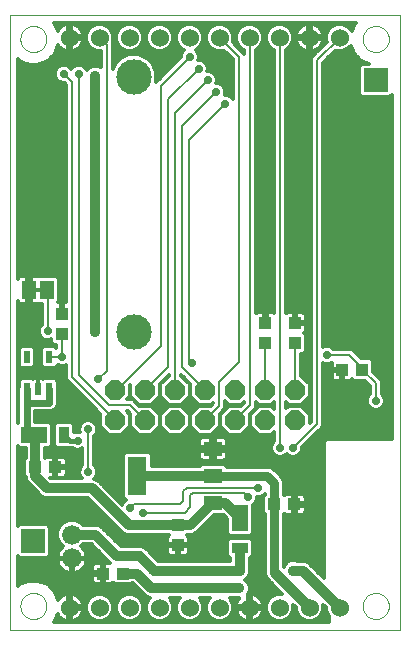
<source format=gbl>
G75*
G70*
%OFA0B0*%
%FSLAX24Y24*%
%IPPOS*%
%LPD*%
%AMOC8*
5,1,8,0,0,1.08239X$1,22.5*
%
%ADD10C,0.0000*%
%ADD11R,0.0787X0.0787*%
%ADD12R,0.0394X0.0433*%
%ADD13R,0.0433X0.0394*%
%ADD14OC8,0.0660*%
%ADD15C,0.0600*%
%ADD16R,0.0630X0.1299*%
%ADD17R,0.0630X0.0472*%
%ADD18C,0.0660*%
%ADD19R,0.0551X0.0866*%
%ADD20R,0.0551X0.0354*%
%ADD21R,0.0866X0.0551*%
%ADD22R,0.0354X0.0551*%
%ADD23R,0.0236X0.0413*%
%ADD24C,0.1181*%
%ADD25R,0.0460X0.0630*%
%ADD26C,0.0120*%
%ADD27C,0.0277*%
%ADD28C,0.0160*%
%ADD29C,0.0356*%
%ADD30C,0.0320*%
%ADD31C,0.0080*%
%ADD32C,0.0079*%
%ADD33C,0.0240*%
%ADD34C,0.0315*%
D10*
X000519Y000100D02*
X000519Y020572D01*
X013511Y020572D01*
X013511Y000100D01*
X000519Y000100D01*
X000873Y000887D02*
X000875Y000928D01*
X000881Y000969D01*
X000891Y001009D01*
X000904Y001048D01*
X000921Y001085D01*
X000942Y001121D01*
X000966Y001155D01*
X000993Y001186D01*
X001022Y001214D01*
X001055Y001240D01*
X001089Y001262D01*
X001126Y001281D01*
X001164Y001296D01*
X001204Y001308D01*
X001244Y001316D01*
X001285Y001320D01*
X001327Y001320D01*
X001368Y001316D01*
X001408Y001308D01*
X001448Y001296D01*
X001486Y001281D01*
X001522Y001262D01*
X001557Y001240D01*
X001590Y001214D01*
X001619Y001186D01*
X001646Y001155D01*
X001670Y001121D01*
X001691Y001085D01*
X001708Y001048D01*
X001721Y001009D01*
X001731Y000969D01*
X001737Y000928D01*
X001739Y000887D01*
X001737Y000846D01*
X001731Y000805D01*
X001721Y000765D01*
X001708Y000726D01*
X001691Y000689D01*
X001670Y000653D01*
X001646Y000619D01*
X001619Y000588D01*
X001590Y000560D01*
X001557Y000534D01*
X001523Y000512D01*
X001486Y000493D01*
X001448Y000478D01*
X001408Y000466D01*
X001368Y000458D01*
X001327Y000454D01*
X001285Y000454D01*
X001244Y000458D01*
X001204Y000466D01*
X001164Y000478D01*
X001126Y000493D01*
X001090Y000512D01*
X001055Y000534D01*
X001022Y000560D01*
X000993Y000588D01*
X000966Y000619D01*
X000942Y000653D01*
X000921Y000689D01*
X000904Y000726D01*
X000891Y000765D01*
X000881Y000805D01*
X000875Y000846D01*
X000873Y000887D01*
X012290Y000887D02*
X012292Y000928D01*
X012298Y000969D01*
X012308Y001009D01*
X012321Y001048D01*
X012338Y001085D01*
X012359Y001121D01*
X012383Y001155D01*
X012410Y001186D01*
X012439Y001214D01*
X012472Y001240D01*
X012506Y001262D01*
X012543Y001281D01*
X012581Y001296D01*
X012621Y001308D01*
X012661Y001316D01*
X012702Y001320D01*
X012744Y001320D01*
X012785Y001316D01*
X012825Y001308D01*
X012865Y001296D01*
X012903Y001281D01*
X012939Y001262D01*
X012974Y001240D01*
X013007Y001214D01*
X013036Y001186D01*
X013063Y001155D01*
X013087Y001121D01*
X013108Y001085D01*
X013125Y001048D01*
X013138Y001009D01*
X013148Y000969D01*
X013154Y000928D01*
X013156Y000887D01*
X013154Y000846D01*
X013148Y000805D01*
X013138Y000765D01*
X013125Y000726D01*
X013108Y000689D01*
X013087Y000653D01*
X013063Y000619D01*
X013036Y000588D01*
X013007Y000560D01*
X012974Y000534D01*
X012940Y000512D01*
X012903Y000493D01*
X012865Y000478D01*
X012825Y000466D01*
X012785Y000458D01*
X012744Y000454D01*
X012702Y000454D01*
X012661Y000458D01*
X012621Y000466D01*
X012581Y000478D01*
X012543Y000493D01*
X012507Y000512D01*
X012472Y000534D01*
X012439Y000560D01*
X012410Y000588D01*
X012383Y000619D01*
X012359Y000653D01*
X012338Y000689D01*
X012321Y000726D01*
X012308Y000765D01*
X012298Y000805D01*
X012292Y000846D01*
X012290Y000887D01*
X012290Y019785D02*
X012292Y019826D01*
X012298Y019867D01*
X012308Y019907D01*
X012321Y019946D01*
X012338Y019983D01*
X012359Y020019D01*
X012383Y020053D01*
X012410Y020084D01*
X012439Y020112D01*
X012472Y020138D01*
X012506Y020160D01*
X012543Y020179D01*
X012581Y020194D01*
X012621Y020206D01*
X012661Y020214D01*
X012702Y020218D01*
X012744Y020218D01*
X012785Y020214D01*
X012825Y020206D01*
X012865Y020194D01*
X012903Y020179D01*
X012939Y020160D01*
X012974Y020138D01*
X013007Y020112D01*
X013036Y020084D01*
X013063Y020053D01*
X013087Y020019D01*
X013108Y019983D01*
X013125Y019946D01*
X013138Y019907D01*
X013148Y019867D01*
X013154Y019826D01*
X013156Y019785D01*
X013154Y019744D01*
X013148Y019703D01*
X013138Y019663D01*
X013125Y019624D01*
X013108Y019587D01*
X013087Y019551D01*
X013063Y019517D01*
X013036Y019486D01*
X013007Y019458D01*
X012974Y019432D01*
X012940Y019410D01*
X012903Y019391D01*
X012865Y019376D01*
X012825Y019364D01*
X012785Y019356D01*
X012744Y019352D01*
X012702Y019352D01*
X012661Y019356D01*
X012621Y019364D01*
X012581Y019376D01*
X012543Y019391D01*
X012507Y019410D01*
X012472Y019432D01*
X012439Y019458D01*
X012410Y019486D01*
X012383Y019517D01*
X012359Y019551D01*
X012338Y019587D01*
X012321Y019624D01*
X012308Y019663D01*
X012298Y019703D01*
X012292Y019744D01*
X012290Y019785D01*
X000873Y019785D02*
X000875Y019826D01*
X000881Y019867D01*
X000891Y019907D01*
X000904Y019946D01*
X000921Y019983D01*
X000942Y020019D01*
X000966Y020053D01*
X000993Y020084D01*
X001022Y020112D01*
X001055Y020138D01*
X001089Y020160D01*
X001126Y020179D01*
X001164Y020194D01*
X001204Y020206D01*
X001244Y020214D01*
X001285Y020218D01*
X001327Y020218D01*
X001368Y020214D01*
X001408Y020206D01*
X001448Y020194D01*
X001486Y020179D01*
X001522Y020160D01*
X001557Y020138D01*
X001590Y020112D01*
X001619Y020084D01*
X001646Y020053D01*
X001670Y020019D01*
X001691Y019983D01*
X001708Y019946D01*
X001721Y019907D01*
X001731Y019867D01*
X001737Y019826D01*
X001739Y019785D01*
X001737Y019744D01*
X001731Y019703D01*
X001721Y019663D01*
X001708Y019624D01*
X001691Y019587D01*
X001670Y019551D01*
X001646Y019517D01*
X001619Y019486D01*
X001590Y019458D01*
X001557Y019432D01*
X001523Y019410D01*
X001486Y019391D01*
X001448Y019376D01*
X001408Y019364D01*
X001368Y019356D01*
X001327Y019352D01*
X001285Y019352D01*
X001244Y019356D01*
X001204Y019364D01*
X001164Y019376D01*
X001126Y019391D01*
X001090Y019410D01*
X001055Y019432D01*
X001022Y019458D01*
X000993Y019486D01*
X000966Y019517D01*
X000942Y019551D01*
X000921Y019587D01*
X000904Y019624D01*
X000891Y019663D01*
X000881Y019703D01*
X000875Y019744D01*
X000873Y019785D01*
D11*
X001306Y003053D03*
X012723Y018407D03*
D12*
X012271Y008761D03*
X011601Y008761D03*
X006129Y003584D03*
X006129Y002915D03*
X002267Y009962D03*
X002267Y010631D03*
D13*
X002034Y005513D03*
X001365Y005513D03*
X003629Y001970D03*
X004298Y001970D03*
X009338Y004273D03*
X010007Y004273D03*
X010027Y009647D03*
X010027Y010317D03*
X009042Y010317D03*
X009042Y009647D03*
D14*
X009031Y008080D03*
X009031Y007080D03*
X010031Y007080D03*
X010031Y008080D03*
X008031Y008080D03*
X008031Y007080D03*
X007031Y007080D03*
X007031Y008080D03*
X006031Y008080D03*
X006031Y007080D03*
X005031Y007080D03*
X005031Y008080D03*
X004031Y008080D03*
X004031Y007080D03*
D15*
X004515Y000836D03*
X005515Y000836D03*
X006515Y000836D03*
X007515Y000836D03*
X008515Y000836D03*
X009515Y000836D03*
X010515Y000836D03*
X011515Y000836D03*
X003515Y000836D03*
X002515Y000836D03*
X002515Y019836D03*
X003515Y019836D03*
X004515Y019836D03*
X005515Y019836D03*
X006515Y019836D03*
X007515Y019836D03*
X008515Y019836D03*
X009515Y019836D03*
X010515Y019836D03*
X011515Y019836D03*
D16*
X004771Y005218D03*
D17*
X007290Y005218D03*
X007290Y006124D03*
X007290Y004313D03*
D18*
X002595Y003269D03*
X002595Y002482D03*
D19*
X008196Y003820D03*
D20*
X008196Y002817D03*
D21*
X001326Y006596D03*
D22*
X002330Y006596D03*
D23*
X001838Y008112D03*
X001464Y008112D03*
X001090Y008112D03*
X001090Y009175D03*
X001838Y009175D03*
D24*
X004653Y010021D03*
X004653Y018525D03*
D25*
X001764Y011419D03*
X001164Y011419D03*
D26*
X001214Y011419D02*
X001714Y011419D01*
X001456Y011883D02*
X001455Y011883D01*
X001415Y011894D01*
X001219Y011894D01*
X001219Y011639D01*
X001122Y011639D01*
X001109Y011625D01*
X001109Y011894D01*
X000913Y011894D01*
X000872Y011883D01*
X000835Y011862D01*
X000806Y011832D01*
X000784Y011796D01*
X000779Y011774D01*
X000779Y019112D01*
X000825Y019065D01*
X001137Y018936D01*
X001475Y018936D01*
X001787Y019065D01*
X002026Y019304D01*
X002137Y019573D01*
X002164Y019537D01*
X002215Y019485D01*
X002274Y019443D01*
X002338Y019410D01*
X002407Y019388D01*
X002475Y019377D01*
X002475Y019796D01*
X002555Y019796D01*
X002555Y019876D01*
X002974Y019876D01*
X002963Y019944D01*
X002941Y020013D01*
X002908Y020077D01*
X002866Y020136D01*
X002814Y020187D01*
X002756Y020230D01*
X002691Y020263D01*
X002622Y020285D01*
X002555Y020296D01*
X002555Y019876D01*
X002475Y019876D01*
X002475Y020296D01*
X002407Y020285D01*
X002338Y020263D01*
X002274Y020230D01*
X002215Y020187D01*
X002164Y020136D01*
X002121Y020077D01*
X002112Y020059D01*
X002026Y020266D01*
X001979Y020312D01*
X012050Y020312D01*
X012004Y020266D01*
X011919Y020062D01*
X011905Y020097D01*
X011775Y020226D01*
X011606Y020296D01*
X011423Y020296D01*
X011254Y020226D01*
X011125Y020097D01*
X011055Y019928D01*
X011055Y019745D01*
X011080Y019684D01*
X010672Y019276D01*
X010556Y019159D01*
X010556Y007033D01*
X010521Y006998D01*
X010521Y007283D01*
X010233Y007570D01*
X009828Y007570D01*
X009734Y007477D01*
X009734Y007683D01*
X009828Y007590D01*
X010233Y007590D01*
X010521Y007877D01*
X010521Y008283D01*
X010233Y008570D01*
X010226Y008570D01*
X010226Y009290D01*
X010309Y009290D01*
X010403Y009384D01*
X010403Y009910D01*
X010329Y009985D01*
X010341Y009992D01*
X010371Y010021D01*
X010392Y010058D01*
X010403Y010099D01*
X010403Y010278D01*
X010065Y010278D01*
X010065Y010355D01*
X009988Y010355D01*
X009988Y010673D01*
X009789Y010673D01*
X009748Y010662D01*
X009734Y010654D01*
X009734Y019429D01*
X009775Y019446D01*
X009905Y019576D01*
X009975Y019745D01*
X009975Y019928D01*
X009905Y020097D01*
X009775Y020226D01*
X009606Y020296D01*
X009423Y020296D01*
X009254Y020226D01*
X009125Y020097D01*
X009055Y019928D01*
X009055Y019745D01*
X009125Y019576D01*
X009254Y019446D01*
X009334Y019413D01*
X009334Y010654D01*
X009321Y010662D01*
X009280Y010673D01*
X009081Y010673D01*
X009081Y010355D01*
X009004Y010355D01*
X009004Y010673D01*
X008805Y010673D01*
X008764Y010662D01*
X008730Y010643D01*
X008730Y019427D01*
X008775Y019446D01*
X008905Y019576D01*
X008975Y019745D01*
X008975Y019928D01*
X008905Y020097D01*
X008775Y020226D01*
X008606Y020296D01*
X008423Y020296D01*
X008254Y020226D01*
X008125Y020097D01*
X008055Y019928D01*
X008055Y019745D01*
X008125Y019576D01*
X008254Y019446D01*
X008331Y019414D01*
X008331Y019302D01*
X008239Y019394D01*
X007949Y019684D01*
X007975Y019745D01*
X007975Y019928D01*
X007905Y020097D01*
X007775Y020226D01*
X007606Y020296D01*
X007423Y020296D01*
X007254Y020226D01*
X007125Y020097D01*
X007055Y019928D01*
X007055Y019745D01*
X007125Y019576D01*
X007254Y019446D01*
X007423Y019376D01*
X007606Y019376D01*
X007667Y019402D01*
X007957Y019112D01*
X007957Y017789D01*
X007873Y017873D01*
X007763Y017918D01*
X007692Y017918D01*
X007707Y017954D01*
X007707Y018073D01*
X007662Y018183D01*
X007578Y018267D01*
X007468Y018312D01*
X007397Y018312D01*
X007412Y018348D01*
X007412Y018467D01*
X007366Y018576D01*
X007282Y018660D01*
X007173Y018706D01*
X007102Y018706D01*
X007117Y018741D01*
X007117Y018860D01*
X007071Y018970D01*
X006987Y019054D01*
X006877Y019100D01*
X006807Y019100D01*
X006821Y019135D01*
X006821Y019254D01*
X006776Y019364D01*
X006717Y019422D01*
X006775Y019446D01*
X006905Y019576D01*
X006975Y019745D01*
X006975Y019928D01*
X006905Y020097D01*
X006775Y020226D01*
X006606Y020296D01*
X006423Y020296D01*
X006254Y020226D01*
X006125Y020097D01*
X006055Y019928D01*
X006055Y019745D01*
X006125Y019576D01*
X006254Y019446D01*
X006323Y019418D01*
X006269Y019364D01*
X006224Y019254D01*
X006224Y019178D01*
X005390Y018343D01*
X005403Y018376D01*
X005403Y018674D01*
X005289Y018950D01*
X005078Y019161D01*
X004802Y019276D01*
X004503Y019276D01*
X004227Y019161D01*
X004016Y018950D01*
X003946Y018782D01*
X003946Y019676D01*
X003975Y019745D01*
X003975Y019928D01*
X003905Y020097D01*
X003775Y020226D01*
X003606Y020296D01*
X003423Y020296D01*
X003254Y020226D01*
X003125Y020097D01*
X003055Y019928D01*
X003055Y019745D01*
X003125Y019576D01*
X003254Y019446D01*
X003423Y019376D01*
X003548Y019376D01*
X003548Y018858D01*
X003440Y018903D01*
X003306Y018903D01*
X003182Y018851D01*
X003089Y018759D01*
X003075Y018793D01*
X002991Y018877D01*
X002881Y018922D01*
X002762Y018922D01*
X002653Y018877D01*
X002576Y018800D01*
X002499Y018877D01*
X002389Y018922D01*
X002270Y018922D01*
X002161Y018877D01*
X002076Y018793D01*
X002031Y018683D01*
X002031Y018564D01*
X002076Y018454D01*
X002161Y018370D01*
X002270Y018325D01*
X002347Y018325D01*
X002406Y018265D01*
X002406Y011008D01*
X002305Y011008D01*
X002305Y010670D01*
X002228Y010670D01*
X002228Y011008D01*
X002124Y011008D01*
X002154Y011038D01*
X002154Y011800D01*
X002060Y011894D01*
X001467Y011894D01*
X001456Y011883D01*
X001219Y011832D02*
X001109Y011832D01*
X001109Y011713D02*
X001219Y011713D01*
X001109Y011213D02*
X001122Y011199D01*
X001219Y011199D01*
X001219Y010944D01*
X001415Y010944D01*
X001455Y010955D01*
X001456Y010955D01*
X001467Y010944D01*
X001579Y010944D01*
X001579Y010264D01*
X001525Y010210D01*
X001480Y010100D01*
X001480Y009982D01*
X001525Y009872D01*
X001609Y009788D01*
X001719Y009742D01*
X001838Y009742D01*
X001910Y009772D01*
X001910Y009679D01*
X002004Y009586D01*
X002067Y009586D01*
X002067Y009496D01*
X002022Y009541D01*
X001653Y009541D01*
X001559Y009448D01*
X001559Y008902D01*
X001653Y008808D01*
X002022Y008808D01*
X002116Y008902D01*
X002116Y008935D01*
X002211Y008896D01*
X002330Y008896D01*
X002406Y008927D01*
X002406Y008423D01*
X002523Y008306D01*
X003543Y007286D01*
X003541Y007283D01*
X003541Y006877D01*
X003828Y006590D01*
X004233Y006590D01*
X004521Y006877D01*
X004521Y007283D01*
X004423Y007381D01*
X004447Y007381D01*
X004543Y007285D01*
X004541Y007283D01*
X004541Y006877D01*
X004828Y006590D01*
X005233Y006590D01*
X005521Y006877D01*
X005521Y007283D01*
X005233Y007570D01*
X004828Y007570D01*
X004825Y007568D01*
X004613Y007780D01*
X004448Y007780D01*
X004447Y007780D01*
X004423Y007780D01*
X004521Y007877D01*
X004521Y008229D01*
X004541Y008249D01*
X004541Y007877D01*
X004828Y007590D01*
X005233Y007590D01*
X005521Y007877D01*
X005521Y008283D01*
X005520Y008284D01*
X005831Y008595D01*
X005831Y008570D01*
X005828Y008570D01*
X005541Y008283D01*
X005541Y007877D01*
X005828Y007590D01*
X006233Y007590D01*
X006521Y007877D01*
X006521Y008283D01*
X006233Y008570D01*
X006230Y008570D01*
X006230Y008595D01*
X006541Y008284D01*
X006541Y008283D01*
X006541Y007877D01*
X006828Y007590D01*
X007233Y007590D01*
X007307Y007664D01*
X007307Y007640D01*
X007236Y007568D01*
X007233Y007570D01*
X006828Y007570D01*
X006541Y007283D01*
X006541Y006877D01*
X006828Y006590D01*
X007233Y006590D01*
X007521Y006877D01*
X007521Y007283D01*
X007518Y007285D01*
X007590Y007357D01*
X007707Y007474D01*
X007707Y007711D01*
X007828Y007590D01*
X008233Y007590D01*
X008331Y007688D01*
X008331Y007663D01*
X008236Y007568D01*
X008233Y007570D01*
X007828Y007570D01*
X007541Y007283D01*
X007541Y006877D01*
X007828Y006590D01*
X008233Y006590D01*
X008521Y006877D01*
X008521Y007283D01*
X008518Y007286D01*
X008613Y007381D01*
X008730Y007498D01*
X008730Y007688D01*
X008828Y007590D01*
X009233Y007590D01*
X009334Y007691D01*
X009334Y007469D01*
X009233Y007570D01*
X008828Y007570D01*
X008541Y007283D01*
X008541Y006877D01*
X008828Y006590D01*
X009233Y006590D01*
X009334Y006691D01*
X009334Y006385D01*
X009281Y006332D01*
X009236Y006222D01*
X009236Y006104D01*
X009281Y005994D01*
X009365Y005910D01*
X009475Y005864D01*
X009594Y005864D01*
X009704Y005910D01*
X009751Y005957D01*
X009798Y005910D01*
X009908Y005864D01*
X010027Y005864D01*
X010137Y005910D01*
X010221Y005994D01*
X010266Y006104D01*
X010266Y006180D01*
X010954Y006868D01*
X010954Y008986D01*
X011030Y008955D01*
X011149Y008955D01*
X011245Y008994D01*
X011245Y008800D01*
X011563Y008800D01*
X011563Y008723D01*
X011640Y008723D01*
X011640Y008385D01*
X011819Y008385D01*
X011860Y008396D01*
X011896Y008417D01*
X011926Y008447D01*
X011933Y008459D01*
X012008Y008385D01*
X012364Y008385D01*
X012523Y008226D01*
X012523Y007950D01*
X012470Y007897D01*
X012425Y007787D01*
X012425Y007669D01*
X012470Y007559D01*
X012554Y007475D01*
X012664Y007429D01*
X012783Y007429D01*
X012893Y007475D01*
X012977Y007559D01*
X013022Y007669D01*
X013022Y007787D01*
X012977Y007897D01*
X012923Y007950D01*
X012923Y008392D01*
X012806Y008509D01*
X012628Y008687D01*
X012628Y009044D01*
X012534Y009138D01*
X012236Y009138D01*
X011920Y009454D01*
X011755Y009454D01*
X011754Y009453D01*
X011313Y009453D01*
X011259Y009507D01*
X011149Y009552D01*
X011030Y009552D01*
X010954Y009521D01*
X010954Y018994D01*
X011362Y019402D01*
X011423Y019376D01*
X011606Y019376D01*
X011775Y019446D01*
X011895Y019566D01*
X012004Y019304D01*
X012243Y019065D01*
X012495Y018961D01*
X012263Y018961D01*
X012170Y018867D01*
X012170Y017947D01*
X012263Y017853D01*
X013183Y017853D01*
X013251Y017921D01*
X013251Y006461D01*
X011082Y006461D01*
X010989Y006367D01*
X010989Y001815D01*
X010464Y002340D01*
X010346Y002389D01*
X010078Y002389D01*
X010035Y002407D01*
X009900Y002407D01*
X009776Y002355D01*
X009681Y002260D01*
X009655Y002198D01*
X009655Y003951D01*
X009672Y003968D01*
X009692Y003948D01*
X009729Y003927D01*
X009769Y003916D01*
X009968Y003916D01*
X009968Y004234D01*
X010045Y004234D01*
X010045Y003916D01*
X010244Y003916D01*
X010285Y003927D01*
X010322Y003948D01*
X010351Y003978D01*
X010373Y004014D01*
X010383Y004055D01*
X010383Y004234D01*
X010045Y004234D01*
X010045Y004311D01*
X009968Y004311D01*
X009968Y004630D01*
X009769Y004630D01*
X009729Y004619D01*
X009692Y004598D01*
X009672Y004578D01*
X009655Y004595D01*
X009655Y005045D01*
X009607Y005162D01*
X009517Y005251D01*
X009281Y005487D01*
X009165Y005536D01*
X007750Y005536D01*
X007672Y005614D01*
X006909Y005614D01*
X006833Y005538D01*
X005246Y005538D01*
X005246Y005934D01*
X005152Y006028D01*
X004389Y006028D01*
X004296Y005934D01*
X004296Y004502D01*
X004382Y004416D01*
X004365Y004408D01*
X004281Y004324D01*
X004256Y004264D01*
X003515Y005006D01*
X003425Y005096D01*
X003336Y005133D01*
X003390Y005187D01*
X003436Y005296D01*
X003436Y005415D01*
X003390Y005525D01*
X003337Y005578D01*
X003337Y006551D01*
X003390Y006604D01*
X003436Y006714D01*
X003436Y006833D01*
X003390Y006942D01*
X003306Y007026D01*
X003196Y007072D01*
X003077Y007072D01*
X002968Y007026D01*
X002884Y006942D01*
X002838Y006833D01*
X002838Y006714D01*
X002845Y006697D01*
X002842Y006698D01*
X002723Y006698D01*
X002667Y006675D01*
X002667Y006938D01*
X002573Y007032D01*
X002086Y007032D01*
X001993Y006938D01*
X001993Y006254D01*
X002086Y006160D01*
X002476Y006160D01*
X002479Y006159D01*
X002600Y006159D01*
X002613Y006146D01*
X002723Y006100D01*
X002842Y006100D01*
X002937Y006140D01*
X002937Y005578D01*
X002884Y005525D01*
X002838Y005415D01*
X002838Y005296D01*
X002884Y005187D01*
X002926Y005144D01*
X001886Y005144D01*
X001874Y005157D01*
X001996Y005157D01*
X001996Y005475D01*
X002073Y005475D01*
X002073Y005552D01*
X001996Y005552D01*
X001996Y005870D01*
X001797Y005870D01*
X001756Y005859D01*
X001720Y005838D01*
X001700Y005818D01*
X001685Y005833D01*
X001685Y006160D01*
X001825Y006160D01*
X001919Y006254D01*
X001919Y006938D01*
X001825Y007032D01*
X001370Y007032D01*
X001370Y007379D01*
X001893Y007379D01*
X001996Y007422D01*
X002075Y007500D01*
X002118Y007603D01*
X002118Y008168D01*
X002116Y008172D01*
X002116Y008385D01*
X002022Y008479D01*
X001653Y008479D01*
X001643Y008468D01*
X001603Y008479D01*
X001464Y008479D01*
X001464Y008112D01*
X001464Y008112D01*
X001464Y008479D01*
X001324Y008479D01*
X001285Y008468D01*
X001274Y008479D01*
X000905Y008479D01*
X000811Y008385D01*
X000811Y008172D01*
X000810Y008168D01*
X000810Y007015D01*
X000779Y006984D01*
X000779Y011064D01*
X000784Y011042D01*
X000806Y011006D01*
X000835Y010976D01*
X000872Y010955D01*
X000913Y010944D01*
X001109Y010944D01*
X001109Y011213D01*
X001109Y011121D02*
X001219Y011121D01*
X001219Y011002D02*
X001109Y011002D01*
X000809Y011002D02*
X000779Y011002D01*
X000779Y010884D02*
X001579Y010884D01*
X001579Y010765D02*
X000779Y010765D01*
X000779Y010647D02*
X001579Y010647D01*
X001579Y010528D02*
X000779Y010528D01*
X000779Y010410D02*
X001579Y010410D01*
X001579Y010291D02*
X000779Y010291D01*
X000779Y010173D02*
X001510Y010173D01*
X001480Y010054D02*
X000779Y010054D01*
X000779Y009936D02*
X001499Y009936D01*
X001580Y009817D02*
X000779Y009817D01*
X000779Y009699D02*
X001910Y009699D01*
X002067Y009580D02*
X000779Y009580D01*
X000779Y009462D02*
X000825Y009462D01*
X000811Y009448D02*
X000905Y009541D01*
X001274Y009541D01*
X001368Y009448D01*
X001368Y008902D01*
X001274Y008808D01*
X000905Y008808D01*
X000811Y008902D01*
X000811Y009448D01*
X000811Y009343D02*
X000779Y009343D01*
X000779Y009225D02*
X000811Y009225D01*
X000811Y009106D02*
X000779Y009106D01*
X000779Y008988D02*
X000811Y008988D01*
X000779Y008869D02*
X000844Y008869D01*
X000779Y008751D02*
X002406Y008751D01*
X002406Y008869D02*
X002083Y008869D01*
X002406Y008632D02*
X000779Y008632D01*
X000779Y008514D02*
X002406Y008514D01*
X002434Y008395D02*
X002105Y008395D01*
X002116Y008277D02*
X002552Y008277D01*
X002671Y008158D02*
X002118Y008158D01*
X002118Y008040D02*
X002789Y008040D01*
X002908Y007921D02*
X002118Y007921D01*
X002118Y007803D02*
X003026Y007803D01*
X003145Y007684D02*
X002118Y007684D01*
X002102Y007566D02*
X003263Y007566D01*
X003382Y007447D02*
X002022Y007447D01*
X002028Y006973D02*
X001884Y006973D01*
X001919Y006855D02*
X001993Y006855D01*
X001993Y006736D02*
X001919Y006736D01*
X001919Y006618D02*
X001993Y006618D01*
X001993Y006499D02*
X001919Y006499D01*
X001919Y006381D02*
X001993Y006381D01*
X001993Y006262D02*
X001919Y006262D01*
X001685Y006144D02*
X002619Y006144D01*
X002937Y006025D02*
X001685Y006025D01*
X001685Y005907D02*
X002937Y005907D01*
X002937Y005788D02*
X002391Y005788D01*
X002400Y005772D02*
X002379Y005808D01*
X002349Y005838D01*
X002313Y005859D01*
X002272Y005870D01*
X002073Y005870D01*
X002073Y005552D01*
X002411Y005552D01*
X002411Y005731D01*
X002400Y005772D01*
X002411Y005670D02*
X002937Y005670D01*
X002909Y005551D02*
X002073Y005551D01*
X002073Y005475D02*
X002411Y005475D01*
X002411Y005295D01*
X002400Y005255D01*
X002379Y005218D01*
X002349Y005189D01*
X002313Y005167D01*
X002272Y005157D01*
X002073Y005157D01*
X002073Y005475D01*
X002073Y005433D02*
X001996Y005433D01*
X001996Y005314D02*
X002073Y005314D01*
X002073Y005196D02*
X001996Y005196D01*
X001996Y005670D02*
X002073Y005670D01*
X002073Y005788D02*
X001996Y005788D01*
X002411Y005433D02*
X002845Y005433D01*
X002838Y005314D02*
X002411Y005314D01*
X002356Y005196D02*
X002880Y005196D01*
X003394Y005196D02*
X004296Y005196D01*
X004296Y005314D02*
X003436Y005314D01*
X003428Y005433D02*
X004296Y005433D01*
X004296Y005551D02*
X003364Y005551D01*
X003337Y005670D02*
X004296Y005670D01*
X004296Y005788D02*
X003337Y005788D01*
X003337Y005907D02*
X004296Y005907D01*
X004387Y006025D02*
X003337Y006025D01*
X003337Y006144D02*
X007232Y006144D01*
X007232Y006182D02*
X007232Y006066D01*
X006815Y006066D01*
X006815Y005866D01*
X006826Y005826D01*
X006847Y005789D01*
X006877Y005759D01*
X006914Y005738D01*
X006954Y005727D01*
X007232Y005727D01*
X007232Y006066D01*
X007348Y006066D01*
X007348Y005727D01*
X007626Y005727D01*
X007667Y005738D01*
X007704Y005759D01*
X007733Y005789D01*
X007754Y005826D01*
X007765Y005866D01*
X007765Y006066D01*
X007348Y006066D01*
X007348Y006182D01*
X007232Y006182D01*
X007232Y006520D01*
X006954Y006520D01*
X006914Y006509D01*
X006877Y006488D01*
X006847Y006458D01*
X006826Y006422D01*
X006815Y006381D01*
X006815Y006182D01*
X007232Y006182D01*
X007232Y006262D02*
X007348Y006262D01*
X007348Y006182D02*
X007348Y006520D01*
X007626Y006520D01*
X007667Y006509D01*
X007704Y006488D01*
X007733Y006458D01*
X007754Y006422D01*
X007765Y006381D01*
X007765Y006182D01*
X007348Y006182D01*
X007348Y006144D02*
X009236Y006144D01*
X009252Y006262D02*
X007765Y006262D01*
X007765Y006381D02*
X009329Y006381D01*
X009334Y006499D02*
X007684Y006499D01*
X007800Y006618D02*
X007261Y006618D01*
X007232Y006499D02*
X007348Y006499D01*
X007348Y006381D02*
X007232Y006381D01*
X007232Y006025D02*
X007348Y006025D01*
X007348Y005907D02*
X007232Y005907D01*
X007232Y005788D02*
X007348Y005788D01*
X007732Y005788D02*
X010989Y005788D01*
X010989Y005670D02*
X005246Y005670D01*
X005246Y005788D02*
X006849Y005788D01*
X006815Y005907D02*
X005246Y005907D01*
X005155Y006025D02*
X006815Y006025D01*
X006815Y006262D02*
X003337Y006262D01*
X003337Y006381D02*
X006815Y006381D01*
X006896Y006499D02*
X003337Y006499D01*
X003396Y006618D02*
X003800Y006618D01*
X003682Y006736D02*
X003436Y006736D01*
X003426Y006855D02*
X003563Y006855D01*
X003541Y006973D02*
X003360Y006973D01*
X003541Y007092D02*
X001370Y007092D01*
X001370Y007210D02*
X003541Y007210D01*
X003500Y007329D02*
X001370Y007329D01*
X001464Y008158D02*
X001464Y008158D01*
X001464Y008277D02*
X001464Y008277D01*
X001464Y008395D02*
X001464Y008395D01*
X001592Y008869D02*
X001335Y008869D01*
X001368Y008988D02*
X001559Y008988D01*
X001559Y009106D02*
X001368Y009106D01*
X001368Y009225D02*
X001559Y009225D01*
X001559Y009343D02*
X001368Y009343D01*
X001354Y009462D02*
X001573Y009462D01*
X000822Y008395D02*
X000779Y008395D01*
X000779Y008277D02*
X000811Y008277D01*
X000810Y008158D02*
X000779Y008158D01*
X000779Y008040D02*
X000810Y008040D01*
X000810Y007921D02*
X000779Y007921D01*
X000779Y007803D02*
X000810Y007803D01*
X000810Y007684D02*
X000779Y007684D01*
X000779Y007566D02*
X000810Y007566D01*
X000810Y007447D02*
X000779Y007447D01*
X000779Y007329D02*
X000810Y007329D01*
X000810Y007210D02*
X000779Y007210D01*
X000779Y007092D02*
X000810Y007092D01*
X000779Y006208D02*
X000826Y006160D01*
X001045Y006160D01*
X001045Y005833D01*
X000989Y005777D01*
X000989Y005250D01*
X001045Y005194D01*
X001045Y005149D01*
X001094Y005031D01*
X001184Y004941D01*
X001572Y004553D01*
X001690Y004504D01*
X003111Y004504D01*
X004303Y003313D01*
X004420Y003264D01*
X005809Y003264D01*
X005824Y003250D01*
X005804Y003230D01*
X005783Y003193D01*
X005772Y003153D01*
X005772Y002953D01*
X006091Y002953D01*
X006091Y002877D01*
X006167Y002877D01*
X006167Y002953D01*
X006486Y002953D01*
X006486Y003153D01*
X006475Y003193D01*
X006454Y003230D01*
X006434Y003250D01*
X006449Y003264D01*
X006523Y003264D01*
X006583Y003263D01*
X006586Y003264D01*
X006590Y003264D01*
X006646Y003287D01*
X006701Y003309D01*
X006704Y003311D01*
X006708Y003313D01*
X006750Y003355D01*
X007339Y003916D01*
X007647Y003916D01*
X007760Y003804D01*
X007760Y003321D01*
X007854Y003227D01*
X008538Y003227D01*
X008631Y003321D01*
X008631Y004252D01*
X008641Y004256D01*
X008725Y004340D01*
X008770Y004450D01*
X008770Y004526D01*
X008846Y004526D01*
X008956Y004571D01*
X009020Y004636D01*
X009020Y004595D01*
X008961Y004536D01*
X008961Y004010D01*
X009020Y003951D01*
X009020Y001950D01*
X009068Y001834D01*
X009083Y001819D01*
X009086Y001812D01*
X009208Y001691D01*
X009602Y001296D01*
X009423Y001296D01*
X009254Y001226D01*
X009125Y001097D01*
X009055Y000928D01*
X009055Y000745D01*
X009125Y000576D01*
X009254Y000446D01*
X009423Y000376D01*
X009606Y000376D01*
X009775Y000446D01*
X009905Y000576D01*
X009975Y000745D01*
X009975Y000924D01*
X010055Y000844D01*
X010055Y000745D01*
X010125Y000576D01*
X010254Y000446D01*
X010423Y000376D01*
X010606Y000376D01*
X010775Y000446D01*
X010905Y000576D01*
X010975Y000745D01*
X010975Y000924D01*
X011055Y000844D01*
X011055Y000745D01*
X011125Y000576D01*
X011151Y000549D01*
X011150Y000360D01*
X001979Y000360D01*
X002026Y000406D01*
X002112Y000614D01*
X002121Y000595D01*
X002164Y000537D01*
X002215Y000485D01*
X002274Y000443D01*
X002338Y000410D01*
X002407Y000388D01*
X002475Y000377D01*
X002475Y000796D01*
X002555Y000796D01*
X002555Y000876D01*
X002974Y000876D01*
X002963Y000944D01*
X002941Y001013D01*
X002908Y001077D01*
X002866Y001136D01*
X002814Y001187D01*
X002756Y001230D01*
X002691Y001263D01*
X002622Y001285D01*
X003396Y001285D01*
X003423Y001296D02*
X003254Y001226D01*
X003125Y001097D01*
X003055Y000928D01*
X003055Y000745D01*
X003125Y000576D01*
X003254Y000446D01*
X003423Y000376D01*
X003606Y000376D01*
X003775Y000446D01*
X003905Y000576D01*
X003975Y000745D01*
X003975Y000928D01*
X003905Y001097D01*
X003775Y001226D01*
X003606Y001296D01*
X003423Y001296D01*
X003633Y001285D02*
X004396Y001285D01*
X004423Y001296D02*
X004254Y001226D01*
X004125Y001097D01*
X004055Y000928D01*
X004055Y000745D01*
X004125Y000576D01*
X004254Y000446D01*
X004423Y000376D01*
X004606Y000376D01*
X004775Y000446D01*
X004905Y000576D01*
X004975Y000745D01*
X004975Y000928D01*
X004905Y001097D01*
X004775Y001226D01*
X004606Y001296D01*
X004423Y001296D01*
X004581Y001613D02*
X004618Y001650D01*
X004618Y001650D01*
X005062Y001207D01*
X005179Y001158D01*
X005186Y001158D01*
X005125Y001097D01*
X005055Y000928D01*
X005055Y000745D01*
X005125Y000576D01*
X005254Y000446D01*
X005423Y000376D01*
X005606Y000376D01*
X005775Y000446D01*
X005905Y000576D01*
X005975Y000745D01*
X005975Y000928D01*
X005905Y001097D01*
X005844Y001158D01*
X006186Y001158D01*
X006125Y001097D01*
X006055Y000928D01*
X006055Y000745D01*
X006125Y000576D01*
X006254Y000446D01*
X006423Y000376D01*
X006606Y000376D01*
X006775Y000446D01*
X006905Y000576D01*
X006975Y000745D01*
X006975Y000928D01*
X006905Y001097D01*
X006844Y001158D01*
X007186Y001158D01*
X007125Y001097D01*
X007055Y000928D01*
X007055Y000745D01*
X007125Y000576D01*
X007254Y000446D01*
X007423Y000376D01*
X007606Y000376D01*
X007775Y000446D01*
X007905Y000576D01*
X007975Y000745D01*
X007975Y000928D01*
X007905Y001097D01*
X007844Y001158D01*
X008065Y001158D01*
X008109Y001140D01*
X008168Y001140D01*
X008164Y001136D01*
X008121Y001077D01*
X008088Y001013D01*
X008066Y000944D01*
X008055Y000876D01*
X008475Y000876D01*
X008475Y000796D01*
X008555Y000796D01*
X008555Y000876D01*
X008974Y000876D01*
X008963Y000944D01*
X008941Y001013D01*
X008908Y001077D01*
X008866Y001136D01*
X008814Y001187D01*
X008756Y001230D01*
X008691Y001263D01*
X008622Y001285D01*
X009396Y001285D01*
X009495Y001404D02*
X008511Y001404D01*
X008514Y001411D02*
X008514Y001545D01*
X008463Y001669D01*
X008368Y001765D01*
X008357Y001769D01*
X008387Y001782D01*
X008483Y001877D01*
X008534Y002001D01*
X008534Y002136D01*
X008516Y002179D01*
X008516Y002479D01*
X008538Y002479D01*
X008631Y002573D01*
X008631Y003060D01*
X008538Y003154D01*
X007854Y003154D01*
X007760Y003060D01*
X007760Y002573D01*
X007854Y002479D01*
X007876Y002479D01*
X007876Y002389D01*
X005474Y002389D01*
X005121Y002742D01*
X005031Y002832D01*
X004913Y002881D01*
X004214Y002881D01*
X003644Y003451D01*
X003554Y003541D01*
X003437Y003589D01*
X002968Y003589D01*
X002873Y003685D01*
X002693Y003759D01*
X002498Y003759D01*
X002318Y003685D01*
X002180Y003547D01*
X002105Y003367D01*
X002105Y003172D01*
X002180Y002992D01*
X002299Y002872D01*
X002276Y002856D01*
X002222Y002801D01*
X002176Y002739D01*
X002141Y002670D01*
X002118Y002597D01*
X002105Y002520D01*
X002105Y002501D01*
X002577Y002501D01*
X002577Y002463D01*
X002614Y002463D01*
X002614Y001992D01*
X002634Y001992D01*
X002710Y002004D01*
X002784Y002028D01*
X002852Y002063D01*
X002915Y002108D01*
X002969Y002163D01*
X003015Y002225D01*
X003050Y002294D01*
X003073Y002367D01*
X003085Y002443D01*
X003085Y002463D01*
X002614Y002463D01*
X002614Y002501D01*
X003085Y002501D01*
X003085Y002520D01*
X003073Y002597D01*
X003050Y002670D01*
X003015Y002739D01*
X002969Y002801D01*
X002915Y002856D01*
X002892Y002872D01*
X002968Y002949D01*
X003240Y002949D01*
X003863Y002327D01*
X003667Y002327D01*
X003667Y002009D01*
X003591Y002009D01*
X003591Y002327D01*
X003391Y002327D01*
X003351Y002316D01*
X003314Y002295D01*
X003284Y002265D01*
X003263Y002229D01*
X003252Y002188D01*
X003252Y002009D01*
X003591Y002009D01*
X003591Y001932D01*
X003667Y001932D01*
X003667Y001613D01*
X003867Y001613D01*
X003907Y001624D01*
X003944Y001645D01*
X003964Y001665D01*
X004015Y001613D01*
X004581Y001613D01*
X004608Y001641D02*
X004628Y001641D01*
X004747Y001522D02*
X001872Y001522D01*
X001787Y001607D02*
X001475Y001736D01*
X001137Y001736D01*
X000825Y001607D01*
X000779Y001561D01*
X000779Y002566D01*
X000846Y002499D01*
X001766Y002499D01*
X001860Y002593D01*
X001860Y003513D01*
X001766Y003606D01*
X000846Y003606D01*
X000779Y003539D01*
X000779Y006208D01*
X000779Y006144D02*
X001045Y006144D01*
X001045Y006025D02*
X000779Y006025D01*
X000779Y005907D02*
X001045Y005907D01*
X001000Y005788D02*
X000779Y005788D01*
X000779Y005670D02*
X000989Y005670D01*
X000989Y005551D02*
X000779Y005551D01*
X000779Y005433D02*
X000989Y005433D01*
X000989Y005314D02*
X000779Y005314D01*
X000779Y005196D02*
X001043Y005196D01*
X001075Y005077D02*
X000779Y005077D01*
X000779Y004959D02*
X001167Y004959D01*
X001285Y004840D02*
X000779Y004840D01*
X000779Y004722D02*
X001404Y004722D01*
X001522Y004603D02*
X000779Y004603D01*
X000779Y004485D02*
X003131Y004485D01*
X003249Y004366D02*
X000779Y004366D01*
X000779Y004248D02*
X003368Y004248D01*
X003486Y004129D02*
X000779Y004129D01*
X000779Y004011D02*
X003605Y004011D01*
X003723Y003892D02*
X000779Y003892D01*
X000779Y003774D02*
X003842Y003774D01*
X003960Y003655D02*
X002903Y003655D01*
X002963Y002944D02*
X003246Y002944D01*
X003364Y002826D02*
X002945Y002826D01*
X003031Y002707D02*
X003483Y002707D01*
X003601Y002589D02*
X003075Y002589D01*
X003068Y002352D02*
X003838Y002352D01*
X003720Y002470D02*
X002614Y002470D01*
X002577Y002470D02*
X000779Y002470D01*
X000779Y002352D02*
X002123Y002352D01*
X002118Y002367D02*
X002141Y002294D01*
X002176Y002225D01*
X002222Y002163D01*
X002276Y002108D01*
X002339Y002063D01*
X002407Y002028D01*
X002481Y002004D01*
X002557Y001992D01*
X002577Y001992D01*
X002577Y002463D01*
X002105Y002463D01*
X002105Y002443D01*
X002118Y002367D01*
X002172Y002233D02*
X000779Y002233D01*
X000779Y002115D02*
X002270Y002115D01*
X002531Y001996D02*
X000779Y001996D01*
X000779Y001878D02*
X003252Y001878D01*
X003252Y001932D02*
X003252Y001752D01*
X003263Y001711D01*
X003284Y001675D01*
X003314Y001645D01*
X003351Y001624D01*
X003391Y001613D01*
X003591Y001613D01*
X003591Y001932D01*
X003252Y001932D01*
X003252Y001759D02*
X000779Y001759D01*
X000779Y001641D02*
X000906Y001641D01*
X001706Y001641D02*
X003322Y001641D01*
X003591Y001641D02*
X003667Y001641D01*
X003667Y001759D02*
X003591Y001759D01*
X003591Y001878D02*
X003667Y001878D01*
X003591Y001996D02*
X002660Y001996D01*
X002614Y001996D02*
X002577Y001996D01*
X002577Y002115D02*
X002614Y002115D01*
X002614Y002233D02*
X002577Y002233D01*
X002577Y002352D02*
X002614Y002352D01*
X002921Y002115D02*
X003252Y002115D01*
X003266Y002233D02*
X003019Y002233D01*
X003591Y002233D02*
X003667Y002233D01*
X003667Y002115D02*
X003591Y002115D01*
X003936Y001641D02*
X003988Y001641D01*
X003835Y001167D02*
X004195Y001167D01*
X004105Y001048D02*
X003925Y001048D01*
X003974Y000930D02*
X004056Y000930D01*
X004055Y000811D02*
X003975Y000811D01*
X003953Y000693D02*
X004076Y000693D01*
X004126Y000574D02*
X003903Y000574D01*
X003785Y000456D02*
X004245Y000456D01*
X004785Y000456D02*
X005245Y000456D01*
X005126Y000574D02*
X004903Y000574D01*
X004953Y000693D02*
X005076Y000693D01*
X005055Y000811D02*
X004975Y000811D01*
X004974Y000930D02*
X005056Y000930D01*
X005105Y001048D02*
X004925Y001048D01*
X004835Y001167D02*
X005159Y001167D01*
X004984Y001285D02*
X004633Y001285D01*
X004865Y001404D02*
X001991Y001404D01*
X002026Y001368D02*
X001787Y001607D01*
X002026Y001368D02*
X002137Y001099D01*
X002164Y001136D01*
X002215Y001187D01*
X002274Y001230D01*
X002338Y001263D01*
X002407Y001285D01*
X002475Y001296D01*
X002475Y000876D01*
X002555Y000876D01*
X002555Y001296D01*
X002622Y001285D01*
X002555Y001285D02*
X002475Y001285D01*
X002408Y001285D02*
X002060Y001285D01*
X002109Y001167D02*
X002195Y001167D01*
X002475Y001167D02*
X002555Y001167D01*
X002555Y001048D02*
X002475Y001048D01*
X002475Y000930D02*
X002555Y000930D01*
X002555Y000811D02*
X003055Y000811D01*
X002974Y000796D02*
X002555Y000796D01*
X002555Y000377D01*
X002622Y000388D01*
X002691Y000410D01*
X002756Y000443D01*
X002814Y000485D01*
X002866Y000537D01*
X002908Y000595D01*
X002941Y000660D01*
X002963Y000729D01*
X002974Y000796D01*
X002952Y000693D02*
X003076Y000693D01*
X003126Y000574D02*
X002893Y000574D01*
X002773Y000456D02*
X003245Y000456D01*
X003056Y000930D02*
X002966Y000930D01*
X002923Y001048D02*
X003105Y001048D01*
X003195Y001167D02*
X002835Y001167D01*
X002555Y000693D02*
X002475Y000693D01*
X002475Y000574D02*
X002555Y000574D01*
X002555Y000456D02*
X002475Y000456D01*
X002256Y000456D02*
X002046Y000456D01*
X002095Y000574D02*
X002137Y000574D01*
X002116Y002589D02*
X001856Y002589D01*
X001860Y002707D02*
X002160Y002707D01*
X002246Y002826D02*
X001860Y002826D01*
X001860Y002944D02*
X002228Y002944D01*
X002151Y003063D02*
X001860Y003063D01*
X001860Y003181D02*
X002105Y003181D01*
X002105Y003300D02*
X001860Y003300D01*
X001860Y003418D02*
X002127Y003418D01*
X002176Y003537D02*
X001836Y003537D01*
X002288Y003655D02*
X000779Y003655D01*
X002667Y006736D02*
X002838Y006736D01*
X002847Y006855D02*
X002667Y006855D01*
X002632Y006973D02*
X002914Y006973D01*
X003444Y005077D02*
X004296Y005077D01*
X004296Y004959D02*
X003562Y004959D01*
X003681Y004840D02*
X004296Y004840D01*
X004296Y004722D02*
X003799Y004722D01*
X003918Y004603D02*
X004296Y004603D01*
X004313Y004485D02*
X004036Y004485D01*
X004155Y004366D02*
X004323Y004366D01*
X004079Y003537D02*
X003558Y003537D01*
X003677Y003418D02*
X004197Y003418D01*
X004335Y003300D02*
X003795Y003300D01*
X003914Y003181D02*
X005780Y003181D01*
X005772Y003063D02*
X004032Y003063D01*
X004151Y002944D02*
X006091Y002944D01*
X006091Y002877D02*
X005772Y002877D01*
X005772Y002677D01*
X005783Y002637D01*
X005804Y002600D01*
X005834Y002570D01*
X005870Y002549D01*
X005911Y002538D01*
X006091Y002538D01*
X006091Y002877D01*
X006091Y002826D02*
X006167Y002826D01*
X006167Y002877D02*
X006167Y002538D01*
X006347Y002538D01*
X006388Y002549D01*
X006424Y002570D01*
X006454Y002600D01*
X006475Y002637D01*
X006486Y002677D01*
X006486Y002877D01*
X006167Y002877D01*
X006167Y002944D02*
X007760Y002944D01*
X007760Y002826D02*
X006486Y002826D01*
X006486Y002707D02*
X007760Y002707D01*
X007760Y002589D02*
X006442Y002589D01*
X006167Y002589D02*
X006091Y002589D01*
X006091Y002707D02*
X006167Y002707D01*
X006486Y003063D02*
X007763Y003063D01*
X007782Y003300D02*
X006678Y003300D01*
X006816Y003418D02*
X007760Y003418D01*
X007760Y003537D02*
X006940Y003537D01*
X007065Y003655D02*
X007760Y003655D01*
X007760Y003774D02*
X007189Y003774D01*
X007313Y003892D02*
X007672Y003892D01*
X008631Y003892D02*
X009020Y003892D01*
X009020Y003774D02*
X008631Y003774D01*
X008631Y003655D02*
X009020Y003655D01*
X009020Y003537D02*
X008631Y003537D01*
X008631Y003418D02*
X009020Y003418D01*
X009020Y003300D02*
X008610Y003300D01*
X008629Y003063D02*
X009020Y003063D01*
X009020Y003181D02*
X006478Y003181D01*
X005772Y002826D02*
X005037Y002826D01*
X005156Y002707D02*
X005772Y002707D01*
X005816Y002589D02*
X005274Y002589D01*
X005393Y002470D02*
X007876Y002470D01*
X008373Y001759D02*
X009139Y001759D01*
X009050Y001878D02*
X008483Y001878D01*
X008532Y001996D02*
X009020Y001996D01*
X009020Y002115D02*
X008534Y002115D01*
X008516Y002233D02*
X009020Y002233D01*
X009020Y002352D02*
X008516Y002352D01*
X008516Y002470D02*
X009020Y002470D01*
X009020Y002589D02*
X008631Y002589D01*
X008631Y002707D02*
X009020Y002707D01*
X009020Y002826D02*
X008631Y002826D01*
X008631Y002944D02*
X009020Y002944D01*
X009655Y002944D02*
X010989Y002944D01*
X010989Y002826D02*
X009655Y002826D01*
X009655Y002707D02*
X010989Y002707D01*
X010989Y002589D02*
X009655Y002589D01*
X009655Y002470D02*
X010989Y002470D01*
X010989Y002352D02*
X010435Y002352D01*
X010571Y002233D02*
X010989Y002233D01*
X010989Y002115D02*
X010689Y002115D01*
X010808Y001996D02*
X010989Y001996D01*
X010989Y001878D02*
X010926Y001878D01*
X010989Y003063D02*
X009655Y003063D01*
X009655Y003181D02*
X010989Y003181D01*
X010989Y003300D02*
X009655Y003300D01*
X009655Y003418D02*
X010989Y003418D01*
X010989Y003537D02*
X009655Y003537D01*
X009655Y003655D02*
X010989Y003655D01*
X010989Y003774D02*
X009655Y003774D01*
X009655Y003892D02*
X010989Y003892D01*
X010989Y004011D02*
X010370Y004011D01*
X010383Y004129D02*
X010989Y004129D01*
X010989Y004248D02*
X010045Y004248D01*
X010045Y004311D02*
X010383Y004311D01*
X010383Y004491D01*
X010373Y004531D01*
X010351Y004568D01*
X010322Y004598D01*
X010285Y004619D01*
X010244Y004630D01*
X010045Y004630D01*
X010045Y004311D01*
X010045Y004366D02*
X009968Y004366D01*
X009968Y004485D02*
X010045Y004485D01*
X010045Y004603D02*
X009968Y004603D01*
X009701Y004603D02*
X009655Y004603D01*
X009655Y004722D02*
X010989Y004722D01*
X010989Y004840D02*
X009655Y004840D01*
X009655Y004959D02*
X010989Y004959D01*
X010989Y005077D02*
X009642Y005077D01*
X009573Y005196D02*
X010989Y005196D01*
X010989Y005314D02*
X009454Y005314D01*
X009336Y005433D02*
X010989Y005433D01*
X010989Y005551D02*
X007735Y005551D01*
X007765Y005907D02*
X009373Y005907D01*
X009268Y006025D02*
X007765Y006025D01*
X007682Y006736D02*
X007379Y006736D01*
X007498Y006855D02*
X007563Y006855D01*
X007541Y006973D02*
X007521Y006973D01*
X007521Y007092D02*
X007541Y007092D01*
X007541Y007210D02*
X007521Y007210D01*
X007562Y007329D02*
X007586Y007329D01*
X007680Y007447D02*
X007704Y007447D01*
X007707Y007566D02*
X007823Y007566D01*
X007734Y007684D02*
X007707Y007684D01*
X008327Y007684D02*
X008331Y007684D01*
X008679Y007447D02*
X008704Y007447D01*
X008730Y007566D02*
X008823Y007566D01*
X008734Y007684D02*
X008730Y007684D01*
X008586Y007329D02*
X008561Y007329D01*
X008541Y007210D02*
X008521Y007210D01*
X008521Y007092D02*
X008541Y007092D01*
X008541Y006973D02*
X008521Y006973D01*
X008498Y006855D02*
X008563Y006855D01*
X008682Y006736D02*
X008379Y006736D01*
X008261Y006618D02*
X008800Y006618D01*
X009261Y006618D02*
X009334Y006618D01*
X009696Y005907D02*
X009806Y005907D01*
X010129Y005907D02*
X010989Y005907D01*
X010989Y006025D02*
X010234Y006025D01*
X010266Y006144D02*
X010989Y006144D01*
X010989Y006262D02*
X010348Y006262D01*
X010467Y006381D02*
X011002Y006381D01*
X010704Y006618D02*
X013251Y006618D01*
X013251Y006736D02*
X010822Y006736D01*
X010941Y006855D02*
X013251Y006855D01*
X013251Y006973D02*
X010954Y006973D01*
X010954Y007092D02*
X013251Y007092D01*
X013251Y007210D02*
X010954Y007210D01*
X010954Y007329D02*
X013251Y007329D01*
X013251Y007447D02*
X012826Y007447D01*
X012979Y007566D02*
X013251Y007566D01*
X013251Y007684D02*
X013022Y007684D01*
X013016Y007803D02*
X013251Y007803D01*
X013251Y007921D02*
X012953Y007921D01*
X012923Y008040D02*
X013251Y008040D01*
X013251Y008158D02*
X012923Y008158D01*
X012923Y008277D02*
X013251Y008277D01*
X013251Y008395D02*
X012920Y008395D01*
X012801Y008514D02*
X013251Y008514D01*
X013251Y008632D02*
X012683Y008632D01*
X012628Y008751D02*
X013251Y008751D01*
X013251Y008869D02*
X012628Y008869D01*
X012628Y008988D02*
X013251Y008988D01*
X013251Y009106D02*
X012566Y009106D01*
X012149Y009225D02*
X013251Y009225D01*
X013251Y009343D02*
X012031Y009343D01*
X011563Y008751D02*
X010954Y008751D01*
X010954Y008869D02*
X011245Y008869D01*
X011245Y008988D02*
X011228Y008988D01*
X011245Y008723D02*
X011245Y008524D01*
X011255Y008483D01*
X011276Y008447D01*
X011306Y008417D01*
X011343Y008396D01*
X011383Y008385D01*
X011563Y008385D01*
X011563Y008723D01*
X011245Y008723D01*
X011245Y008632D02*
X010954Y008632D01*
X010954Y008514D02*
X011247Y008514D01*
X011346Y008395D02*
X010954Y008395D01*
X010954Y008277D02*
X012473Y008277D01*
X012523Y008158D02*
X010954Y008158D01*
X010954Y008040D02*
X012523Y008040D01*
X012494Y007921D02*
X010954Y007921D01*
X010954Y007803D02*
X012431Y007803D01*
X012425Y007684D02*
X010954Y007684D01*
X010954Y007566D02*
X012467Y007566D01*
X012621Y007447D02*
X010954Y007447D01*
X010556Y007447D02*
X010357Y007447D01*
X010475Y007329D02*
X010556Y007329D01*
X010556Y007210D02*
X010521Y007210D01*
X010521Y007092D02*
X010556Y007092D01*
X010556Y007566D02*
X010238Y007566D01*
X010327Y007684D02*
X010556Y007684D01*
X010556Y007803D02*
X010446Y007803D01*
X010521Y007921D02*
X010556Y007921D01*
X010556Y008040D02*
X010521Y008040D01*
X010521Y008158D02*
X010556Y008158D01*
X010556Y008277D02*
X010521Y008277D01*
X010556Y008395D02*
X010409Y008395D01*
X010290Y008514D02*
X010556Y008514D01*
X010556Y008632D02*
X010226Y008632D01*
X010226Y008751D02*
X010556Y008751D01*
X010556Y008869D02*
X010226Y008869D01*
X010226Y008988D02*
X010556Y008988D01*
X010556Y009106D02*
X010226Y009106D01*
X010226Y009225D02*
X010556Y009225D01*
X010556Y009343D02*
X010362Y009343D01*
X010403Y009462D02*
X010556Y009462D01*
X010556Y009580D02*
X010403Y009580D01*
X010403Y009699D02*
X010556Y009699D01*
X010556Y009817D02*
X010403Y009817D01*
X010378Y009936D02*
X010556Y009936D01*
X010556Y010054D02*
X010390Y010054D01*
X010403Y010173D02*
X010556Y010173D01*
X010556Y010291D02*
X010065Y010291D01*
X010065Y010355D02*
X010403Y010355D01*
X010403Y010534D01*
X010392Y010575D01*
X010371Y010612D01*
X010341Y010641D01*
X010305Y010662D01*
X010264Y010673D01*
X010065Y010673D01*
X010065Y010355D01*
X010065Y010410D02*
X009988Y010410D01*
X009988Y010528D02*
X010065Y010528D01*
X010065Y010647D02*
X009988Y010647D01*
X009734Y010765D02*
X010556Y010765D01*
X010556Y010647D02*
X010333Y010647D01*
X010403Y010528D02*
X010556Y010528D01*
X010556Y010410D02*
X010403Y010410D01*
X010556Y010884D02*
X009734Y010884D01*
X009734Y011002D02*
X010556Y011002D01*
X010556Y011121D02*
X009734Y011121D01*
X009734Y011239D02*
X010556Y011239D01*
X010556Y011358D02*
X009734Y011358D01*
X009734Y011476D02*
X010556Y011476D01*
X010556Y011595D02*
X009734Y011595D01*
X009734Y011713D02*
X010556Y011713D01*
X010556Y011832D02*
X009734Y011832D01*
X009734Y011950D02*
X010556Y011950D01*
X010556Y012069D02*
X009734Y012069D01*
X009734Y012187D02*
X010556Y012187D01*
X010556Y012306D02*
X009734Y012306D01*
X009734Y012424D02*
X010556Y012424D01*
X010556Y012543D02*
X009734Y012543D01*
X009734Y012661D02*
X010556Y012661D01*
X010556Y012780D02*
X009734Y012780D01*
X009734Y012898D02*
X010556Y012898D01*
X010556Y013017D02*
X009734Y013017D01*
X009734Y013135D02*
X010556Y013135D01*
X010556Y013254D02*
X009734Y013254D01*
X009734Y013372D02*
X010556Y013372D01*
X010556Y013491D02*
X009734Y013491D01*
X009734Y013609D02*
X010556Y013609D01*
X010556Y013728D02*
X009734Y013728D01*
X009734Y013846D02*
X010556Y013846D01*
X010556Y013965D02*
X009734Y013965D01*
X009734Y014083D02*
X010556Y014083D01*
X010556Y014202D02*
X009734Y014202D01*
X009734Y014320D02*
X010556Y014320D01*
X010556Y014439D02*
X009734Y014439D01*
X009734Y014557D02*
X010556Y014557D01*
X010556Y014676D02*
X009734Y014676D01*
X009734Y014794D02*
X010556Y014794D01*
X010556Y014913D02*
X009734Y014913D01*
X009734Y015031D02*
X010556Y015031D01*
X010556Y015150D02*
X009734Y015150D01*
X009734Y015268D02*
X010556Y015268D01*
X010556Y015387D02*
X009734Y015387D01*
X009734Y015505D02*
X010556Y015505D01*
X010556Y015624D02*
X009734Y015624D01*
X009734Y015742D02*
X010556Y015742D01*
X010556Y015861D02*
X009734Y015861D01*
X009734Y015979D02*
X010556Y015979D01*
X010556Y016098D02*
X009734Y016098D01*
X009734Y016216D02*
X010556Y016216D01*
X010556Y016335D02*
X009734Y016335D01*
X009734Y016453D02*
X010556Y016453D01*
X010556Y016572D02*
X009734Y016572D01*
X009734Y016690D02*
X010556Y016690D01*
X010556Y016809D02*
X009734Y016809D01*
X009734Y016927D02*
X010556Y016927D01*
X010556Y017046D02*
X009734Y017046D01*
X009734Y017164D02*
X010556Y017164D01*
X010556Y017283D02*
X009734Y017283D01*
X009734Y017401D02*
X010556Y017401D01*
X010556Y017520D02*
X009734Y017520D01*
X009734Y017638D02*
X010556Y017638D01*
X010556Y017757D02*
X009734Y017757D01*
X009734Y017875D02*
X010556Y017875D01*
X010556Y017994D02*
X009734Y017994D01*
X009734Y018112D02*
X010556Y018112D01*
X010556Y018231D02*
X009734Y018231D01*
X009734Y018349D02*
X010556Y018349D01*
X010556Y018468D02*
X009734Y018468D01*
X009734Y018586D02*
X010556Y018586D01*
X010556Y018705D02*
X009734Y018705D01*
X009734Y018823D02*
X010556Y018823D01*
X010556Y018942D02*
X009734Y018942D01*
X009734Y019060D02*
X010556Y019060D01*
X010575Y019179D02*
X009734Y019179D01*
X009734Y019297D02*
X010694Y019297D01*
X010691Y019410D02*
X010756Y019443D01*
X010814Y019485D01*
X010866Y019537D01*
X010908Y019595D01*
X010941Y019660D01*
X010963Y019729D01*
X010974Y019796D01*
X010555Y019796D01*
X010555Y019876D01*
X010974Y019876D01*
X010963Y019944D01*
X010941Y020013D01*
X010908Y020077D01*
X010866Y020136D01*
X010814Y020187D01*
X010756Y020230D01*
X010691Y020263D01*
X010622Y020285D01*
X010555Y020296D01*
X010555Y019876D01*
X010475Y019876D01*
X010475Y019796D01*
X010555Y019796D01*
X010555Y019377D01*
X010622Y019388D01*
X010691Y019410D01*
X010702Y019416D02*
X010812Y019416D01*
X010863Y019534D02*
X010931Y019534D01*
X010937Y019653D02*
X011049Y019653D01*
X011055Y019771D02*
X010970Y019771D01*
X010972Y019890D02*
X011055Y019890D01*
X011088Y020008D02*
X010943Y020008D01*
X010872Y020127D02*
X011155Y020127D01*
X011300Y020245D02*
X010726Y020245D01*
X010555Y020245D02*
X010475Y020245D01*
X010475Y020296D02*
X010475Y019876D01*
X010055Y019876D01*
X010066Y019944D01*
X010088Y020013D01*
X010121Y020077D01*
X010164Y020136D01*
X010215Y020187D01*
X010274Y020230D01*
X010338Y020263D01*
X010407Y020285D01*
X010475Y020296D01*
X010475Y020127D02*
X010555Y020127D01*
X010555Y020008D02*
X010475Y020008D01*
X010475Y019890D02*
X010555Y019890D01*
X010555Y019771D02*
X010475Y019771D01*
X010475Y019796D02*
X010475Y019377D01*
X010407Y019388D01*
X010338Y019410D01*
X010274Y019443D01*
X010215Y019485D01*
X010164Y019537D01*
X010121Y019595D01*
X010088Y019660D01*
X010066Y019729D01*
X010055Y019796D01*
X010475Y019796D01*
X010475Y019653D02*
X010555Y019653D01*
X010555Y019534D02*
X010475Y019534D01*
X010475Y019416D02*
X010555Y019416D01*
X010327Y019416D02*
X009734Y019416D01*
X009863Y019534D02*
X010166Y019534D01*
X010092Y019653D02*
X009937Y019653D01*
X009975Y019771D02*
X010059Y019771D01*
X010057Y019890D02*
X009975Y019890D01*
X009941Y020008D02*
X010087Y020008D01*
X010157Y020127D02*
X009875Y020127D01*
X009730Y020245D02*
X010304Y020245D01*
X011021Y019060D02*
X012255Y019060D01*
X012244Y018942D02*
X010954Y018942D01*
X010954Y018823D02*
X012170Y018823D01*
X012170Y018705D02*
X010954Y018705D01*
X010954Y018586D02*
X012170Y018586D01*
X012170Y018468D02*
X010954Y018468D01*
X010954Y018349D02*
X012170Y018349D01*
X012170Y018231D02*
X010954Y018231D01*
X010954Y018112D02*
X012170Y018112D01*
X012170Y017994D02*
X010954Y017994D01*
X010954Y017875D02*
X012242Y017875D01*
X012129Y019179D02*
X011139Y019179D01*
X011258Y019297D02*
X012011Y019297D01*
X011958Y019416D02*
X011701Y019416D01*
X011863Y019534D02*
X011908Y019534D01*
X011875Y020127D02*
X011946Y020127D01*
X011995Y020245D02*
X011730Y020245D01*
X013205Y017875D02*
X013251Y017875D01*
X013251Y017757D02*
X010954Y017757D01*
X010954Y017638D02*
X013251Y017638D01*
X013251Y017520D02*
X010954Y017520D01*
X010954Y017401D02*
X013251Y017401D01*
X013251Y017283D02*
X010954Y017283D01*
X010954Y017164D02*
X013251Y017164D01*
X013251Y017046D02*
X010954Y017046D01*
X010954Y016927D02*
X013251Y016927D01*
X013251Y016809D02*
X010954Y016809D01*
X010954Y016690D02*
X013251Y016690D01*
X013251Y016572D02*
X010954Y016572D01*
X010954Y016453D02*
X013251Y016453D01*
X013251Y016335D02*
X010954Y016335D01*
X010954Y016216D02*
X013251Y016216D01*
X013251Y016098D02*
X010954Y016098D01*
X010954Y015979D02*
X013251Y015979D01*
X013251Y015861D02*
X010954Y015861D01*
X010954Y015742D02*
X013251Y015742D01*
X013251Y015624D02*
X010954Y015624D01*
X010954Y015505D02*
X013251Y015505D01*
X013251Y015387D02*
X010954Y015387D01*
X010954Y015268D02*
X013251Y015268D01*
X013251Y015150D02*
X010954Y015150D01*
X010954Y015031D02*
X013251Y015031D01*
X013251Y014913D02*
X010954Y014913D01*
X010954Y014794D02*
X013251Y014794D01*
X013251Y014676D02*
X010954Y014676D01*
X010954Y014557D02*
X013251Y014557D01*
X013251Y014439D02*
X010954Y014439D01*
X010954Y014320D02*
X013251Y014320D01*
X013251Y014202D02*
X010954Y014202D01*
X010954Y014083D02*
X013251Y014083D01*
X013251Y013965D02*
X010954Y013965D01*
X010954Y013846D02*
X013251Y013846D01*
X013251Y013728D02*
X010954Y013728D01*
X010954Y013609D02*
X013251Y013609D01*
X013251Y013491D02*
X010954Y013491D01*
X010954Y013372D02*
X013251Y013372D01*
X013251Y013254D02*
X010954Y013254D01*
X010954Y013135D02*
X013251Y013135D01*
X013251Y013017D02*
X010954Y013017D01*
X010954Y012898D02*
X013251Y012898D01*
X013251Y012780D02*
X010954Y012780D01*
X010954Y012661D02*
X013251Y012661D01*
X013251Y012543D02*
X010954Y012543D01*
X010954Y012424D02*
X013251Y012424D01*
X013251Y012306D02*
X010954Y012306D01*
X010954Y012187D02*
X013251Y012187D01*
X013251Y012069D02*
X010954Y012069D01*
X010954Y011950D02*
X013251Y011950D01*
X013251Y011832D02*
X010954Y011832D01*
X010954Y011713D02*
X013251Y011713D01*
X013251Y011595D02*
X010954Y011595D01*
X010954Y011476D02*
X013251Y011476D01*
X013251Y011358D02*
X010954Y011358D01*
X010954Y011239D02*
X013251Y011239D01*
X013251Y011121D02*
X010954Y011121D01*
X010954Y011002D02*
X013251Y011002D01*
X013251Y010884D02*
X010954Y010884D01*
X010954Y010765D02*
X013251Y010765D01*
X013251Y010647D02*
X010954Y010647D01*
X010954Y010528D02*
X013251Y010528D01*
X013251Y010410D02*
X010954Y010410D01*
X010954Y010291D02*
X013251Y010291D01*
X013251Y010173D02*
X010954Y010173D01*
X010954Y010054D02*
X013251Y010054D01*
X013251Y009936D02*
X010954Y009936D01*
X010954Y009817D02*
X013251Y009817D01*
X013251Y009699D02*
X010954Y009699D01*
X010954Y009580D02*
X013251Y009580D01*
X013251Y009462D02*
X011304Y009462D01*
X011563Y008632D02*
X011640Y008632D01*
X011640Y008514D02*
X011563Y008514D01*
X011563Y008395D02*
X011640Y008395D01*
X011857Y008395D02*
X011997Y008395D01*
X013251Y006499D02*
X010585Y006499D01*
X009823Y007566D02*
X009734Y007566D01*
X009334Y007566D02*
X009238Y007566D01*
X009327Y007684D02*
X009334Y007684D01*
X009081Y010410D02*
X009004Y010410D01*
X009004Y010528D02*
X009081Y010528D01*
X009081Y010647D02*
X009004Y010647D01*
X008736Y010647D02*
X008730Y010647D01*
X008730Y010765D02*
X009334Y010765D01*
X009334Y010884D02*
X008730Y010884D01*
X008730Y011002D02*
X009334Y011002D01*
X009334Y011121D02*
X008730Y011121D01*
X008730Y011239D02*
X009334Y011239D01*
X009334Y011358D02*
X008730Y011358D01*
X008730Y011476D02*
X009334Y011476D01*
X009334Y011595D02*
X008730Y011595D01*
X008730Y011713D02*
X009334Y011713D01*
X009334Y011832D02*
X008730Y011832D01*
X008730Y011950D02*
X009334Y011950D01*
X009334Y012069D02*
X008730Y012069D01*
X008730Y012187D02*
X009334Y012187D01*
X009334Y012306D02*
X008730Y012306D01*
X008730Y012424D02*
X009334Y012424D01*
X009334Y012543D02*
X008730Y012543D01*
X008730Y012661D02*
X009334Y012661D01*
X009334Y012780D02*
X008730Y012780D01*
X008730Y012898D02*
X009334Y012898D01*
X009334Y013017D02*
X008730Y013017D01*
X008730Y013135D02*
X009334Y013135D01*
X009334Y013254D02*
X008730Y013254D01*
X008730Y013372D02*
X009334Y013372D01*
X009334Y013491D02*
X008730Y013491D01*
X008730Y013609D02*
X009334Y013609D01*
X009334Y013728D02*
X008730Y013728D01*
X008730Y013846D02*
X009334Y013846D01*
X009334Y013965D02*
X008730Y013965D01*
X008730Y014083D02*
X009334Y014083D01*
X009334Y014202D02*
X008730Y014202D01*
X008730Y014320D02*
X009334Y014320D01*
X009334Y014439D02*
X008730Y014439D01*
X008730Y014557D02*
X009334Y014557D01*
X009334Y014676D02*
X008730Y014676D01*
X008730Y014794D02*
X009334Y014794D01*
X009334Y014913D02*
X008730Y014913D01*
X008730Y015031D02*
X009334Y015031D01*
X009334Y015150D02*
X008730Y015150D01*
X008730Y015268D02*
X009334Y015268D01*
X009334Y015387D02*
X008730Y015387D01*
X008730Y015505D02*
X009334Y015505D01*
X009334Y015624D02*
X008730Y015624D01*
X008730Y015742D02*
X009334Y015742D01*
X009334Y015861D02*
X008730Y015861D01*
X008730Y015979D02*
X009334Y015979D01*
X009334Y016098D02*
X008730Y016098D01*
X008730Y016216D02*
X009334Y016216D01*
X009334Y016335D02*
X008730Y016335D01*
X008730Y016453D02*
X009334Y016453D01*
X009334Y016572D02*
X008730Y016572D01*
X008730Y016690D02*
X009334Y016690D01*
X009334Y016809D02*
X008730Y016809D01*
X008730Y016927D02*
X009334Y016927D01*
X009334Y017046D02*
X008730Y017046D01*
X008730Y017164D02*
X009334Y017164D01*
X009334Y017283D02*
X008730Y017283D01*
X008730Y017401D02*
X009334Y017401D01*
X009334Y017520D02*
X008730Y017520D01*
X008730Y017638D02*
X009334Y017638D01*
X009334Y017757D02*
X008730Y017757D01*
X008730Y017875D02*
X009334Y017875D01*
X009334Y017994D02*
X008730Y017994D01*
X008730Y018112D02*
X009334Y018112D01*
X009334Y018231D02*
X008730Y018231D01*
X008730Y018349D02*
X009334Y018349D01*
X009334Y018468D02*
X008730Y018468D01*
X008730Y018586D02*
X009334Y018586D01*
X009334Y018705D02*
X008730Y018705D01*
X008730Y018823D02*
X009334Y018823D01*
X009334Y018942D02*
X008730Y018942D01*
X008730Y019060D02*
X009334Y019060D01*
X009334Y019179D02*
X008730Y019179D01*
X008730Y019297D02*
X009334Y019297D01*
X009328Y019416D02*
X008730Y019416D01*
X008863Y019534D02*
X009166Y019534D01*
X009093Y019653D02*
X008937Y019653D01*
X008975Y019771D02*
X009055Y019771D01*
X009055Y019890D02*
X008975Y019890D01*
X008941Y020008D02*
X009088Y020008D01*
X009155Y020127D02*
X008875Y020127D01*
X008730Y020245D02*
X009300Y020245D01*
X008328Y019416D02*
X008217Y019416D01*
X008166Y019534D02*
X008099Y019534D01*
X008093Y019653D02*
X007980Y019653D01*
X007975Y019771D02*
X008055Y019771D01*
X008055Y019890D02*
X007975Y019890D01*
X007941Y020008D02*
X008088Y020008D01*
X008155Y020127D02*
X007875Y020127D01*
X007730Y020245D02*
X008300Y020245D01*
X007772Y019297D02*
X006804Y019297D01*
X006821Y019179D02*
X007890Y019179D01*
X007957Y019060D02*
X006973Y019060D01*
X007083Y018942D02*
X007957Y018942D01*
X007957Y018823D02*
X007117Y018823D01*
X007176Y018705D02*
X007957Y018705D01*
X007957Y018586D02*
X007357Y018586D01*
X007412Y018468D02*
X007957Y018468D01*
X007957Y018349D02*
X007412Y018349D01*
X007614Y018231D02*
X007957Y018231D01*
X007957Y018112D02*
X007691Y018112D01*
X007707Y017994D02*
X007957Y017994D01*
X007957Y017875D02*
X007868Y017875D01*
X007957Y017789D02*
X007957Y017789D01*
X007328Y019416D02*
X006724Y019416D01*
X006863Y019534D02*
X007166Y019534D01*
X007093Y019653D02*
X006937Y019653D01*
X006975Y019771D02*
X007055Y019771D01*
X007055Y019890D02*
X006975Y019890D01*
X006941Y020008D02*
X007088Y020008D01*
X007155Y020127D02*
X006875Y020127D01*
X006730Y020245D02*
X007300Y020245D01*
X006300Y020245D02*
X005730Y020245D01*
X005775Y020226D02*
X005606Y020296D01*
X005423Y020296D01*
X005254Y020226D01*
X005125Y020097D01*
X005055Y019928D01*
X005055Y019745D01*
X005125Y019576D01*
X005254Y019446D01*
X005423Y019376D01*
X005606Y019376D01*
X005775Y019446D01*
X005905Y019576D01*
X005975Y019745D01*
X005975Y019928D01*
X005905Y020097D01*
X005775Y020226D01*
X005875Y020127D02*
X006155Y020127D01*
X006088Y020008D02*
X005941Y020008D01*
X005975Y019890D02*
X006055Y019890D01*
X006055Y019771D02*
X005975Y019771D01*
X005937Y019653D02*
X006093Y019653D01*
X006166Y019534D02*
X005863Y019534D01*
X005701Y019416D02*
X006321Y019416D01*
X006242Y019297D02*
X003946Y019297D01*
X003946Y019179D02*
X004269Y019179D01*
X004126Y019060D02*
X003946Y019060D01*
X003946Y018942D02*
X004013Y018942D01*
X003964Y018823D02*
X003946Y018823D01*
X003548Y018942D02*
X001488Y018942D01*
X001124Y018942D02*
X000779Y018942D01*
X000779Y019060D02*
X000838Y019060D01*
X000779Y018823D02*
X002107Y018823D01*
X002040Y018705D02*
X000779Y018705D01*
X000779Y018586D02*
X002031Y018586D01*
X002071Y018468D02*
X000779Y018468D01*
X000779Y018349D02*
X002212Y018349D01*
X002406Y018231D02*
X000779Y018231D01*
X000779Y018112D02*
X002406Y018112D01*
X002406Y017994D02*
X000779Y017994D01*
X000779Y017875D02*
X002406Y017875D01*
X002406Y017757D02*
X000779Y017757D01*
X000779Y017638D02*
X002406Y017638D01*
X002406Y017520D02*
X000779Y017520D01*
X000779Y017401D02*
X002406Y017401D01*
X002406Y017283D02*
X000779Y017283D01*
X000779Y017164D02*
X002406Y017164D01*
X002406Y017046D02*
X000779Y017046D01*
X000779Y016927D02*
X002406Y016927D01*
X002406Y016809D02*
X000779Y016809D01*
X000779Y016690D02*
X002406Y016690D01*
X002406Y016572D02*
X000779Y016572D01*
X000779Y016453D02*
X002406Y016453D01*
X002406Y016335D02*
X000779Y016335D01*
X000779Y016216D02*
X002406Y016216D01*
X002406Y016098D02*
X000779Y016098D01*
X000779Y015979D02*
X002406Y015979D01*
X002406Y015861D02*
X000779Y015861D01*
X000779Y015742D02*
X002406Y015742D01*
X002406Y015624D02*
X000779Y015624D01*
X000779Y015505D02*
X002406Y015505D01*
X002406Y015387D02*
X000779Y015387D01*
X000779Y015268D02*
X002406Y015268D01*
X002406Y015150D02*
X000779Y015150D01*
X000779Y015031D02*
X002406Y015031D01*
X002406Y014913D02*
X000779Y014913D01*
X000779Y014794D02*
X002406Y014794D01*
X002406Y014676D02*
X000779Y014676D01*
X000779Y014557D02*
X002406Y014557D01*
X002406Y014439D02*
X000779Y014439D01*
X000779Y014320D02*
X002406Y014320D01*
X002406Y014202D02*
X000779Y014202D01*
X000779Y014083D02*
X002406Y014083D01*
X002406Y013965D02*
X000779Y013965D01*
X000779Y013846D02*
X002406Y013846D01*
X002406Y013728D02*
X000779Y013728D01*
X000779Y013609D02*
X002406Y013609D01*
X002406Y013491D02*
X000779Y013491D01*
X000779Y013372D02*
X002406Y013372D01*
X002406Y013254D02*
X000779Y013254D01*
X000779Y013135D02*
X002406Y013135D01*
X002406Y013017D02*
X000779Y013017D01*
X000779Y012898D02*
X002406Y012898D01*
X002406Y012780D02*
X000779Y012780D01*
X000779Y012661D02*
X002406Y012661D01*
X002406Y012543D02*
X000779Y012543D01*
X000779Y012424D02*
X002406Y012424D01*
X002406Y012306D02*
X000779Y012306D01*
X000779Y012187D02*
X002406Y012187D01*
X002406Y012069D02*
X000779Y012069D01*
X000779Y011950D02*
X002406Y011950D01*
X002406Y011832D02*
X002122Y011832D01*
X002154Y011713D02*
X002406Y011713D01*
X002406Y011595D02*
X002154Y011595D01*
X002154Y011476D02*
X002406Y011476D01*
X002406Y011358D02*
X002154Y011358D01*
X002154Y011239D02*
X002406Y011239D01*
X002406Y011121D02*
X002154Y011121D01*
X002228Y011002D02*
X002305Y011002D01*
X002305Y010884D02*
X002228Y010884D01*
X002228Y010765D02*
X002305Y010765D01*
X000805Y011832D02*
X000779Y011832D01*
X004261Y006618D02*
X004800Y006618D01*
X004682Y006736D02*
X004379Y006736D01*
X004498Y006855D02*
X004563Y006855D01*
X004541Y006973D02*
X004521Y006973D01*
X004521Y007092D02*
X004541Y007092D01*
X004541Y007210D02*
X004521Y007210D01*
X004499Y007329D02*
X004475Y007329D01*
X004710Y007684D02*
X004734Y007684D01*
X004615Y007803D02*
X004446Y007803D01*
X004521Y007921D02*
X004541Y007921D01*
X004541Y008040D02*
X004521Y008040D01*
X004521Y008158D02*
X004541Y008158D01*
X005238Y007566D02*
X005823Y007566D01*
X005828Y007570D02*
X005541Y007283D01*
X005541Y006877D01*
X005828Y006590D01*
X006233Y006590D01*
X006521Y006877D01*
X006521Y007283D01*
X006233Y007570D01*
X005828Y007570D01*
X005734Y007684D02*
X005327Y007684D01*
X005446Y007803D02*
X005615Y007803D01*
X005541Y007921D02*
X005521Y007921D01*
X005521Y008040D02*
X005541Y008040D01*
X005541Y008158D02*
X005521Y008158D01*
X005521Y008277D02*
X005541Y008277D01*
X005631Y008395D02*
X005652Y008395D01*
X005750Y008514D02*
X005771Y008514D01*
X006290Y008514D02*
X006311Y008514D01*
X006409Y008395D02*
X006430Y008395D01*
X006521Y008277D02*
X006541Y008277D01*
X006541Y008158D02*
X006521Y008158D01*
X006521Y008040D02*
X006541Y008040D01*
X006541Y007921D02*
X006521Y007921D01*
X006446Y007803D02*
X006615Y007803D01*
X006734Y007684D02*
X006327Y007684D01*
X006238Y007566D02*
X006823Y007566D01*
X006704Y007447D02*
X006357Y007447D01*
X006475Y007329D02*
X006586Y007329D01*
X006541Y007210D02*
X006521Y007210D01*
X006521Y007092D02*
X006541Y007092D01*
X006541Y006973D02*
X006521Y006973D01*
X006498Y006855D02*
X006563Y006855D01*
X006682Y006736D02*
X006379Y006736D01*
X006261Y006618D02*
X006800Y006618D01*
X006846Y005551D02*
X005246Y005551D01*
X005261Y006618D02*
X005800Y006618D01*
X005682Y006736D02*
X005379Y006736D01*
X005498Y006855D02*
X005563Y006855D01*
X005541Y006973D02*
X005521Y006973D01*
X005521Y007092D02*
X005541Y007092D01*
X005541Y007210D02*
X005521Y007210D01*
X005475Y007329D02*
X005586Y007329D01*
X005704Y007447D02*
X005357Y007447D01*
X008631Y004248D02*
X008961Y004248D01*
X008961Y004366D02*
X008735Y004366D01*
X008770Y004485D02*
X008961Y004485D01*
X008987Y004603D02*
X009020Y004603D01*
X008961Y004129D02*
X008631Y004129D01*
X008631Y004011D02*
X008961Y004011D01*
X009968Y004011D02*
X010045Y004011D01*
X010045Y004129D02*
X009968Y004129D01*
X010383Y004366D02*
X010989Y004366D01*
X010989Y004485D02*
X010383Y004485D01*
X010312Y004603D02*
X010989Y004603D01*
X009772Y002352D02*
X009655Y002352D01*
X009655Y002233D02*
X009670Y002233D01*
X009258Y001641D02*
X008475Y001641D01*
X008514Y001522D02*
X009376Y001522D01*
X009195Y001167D02*
X008835Y001167D01*
X008923Y001048D02*
X009105Y001048D01*
X009056Y000930D02*
X008966Y000930D01*
X008974Y000796D02*
X008555Y000796D01*
X008555Y000377D01*
X008622Y000388D01*
X008691Y000410D01*
X008756Y000443D01*
X008814Y000485D01*
X008866Y000537D01*
X008908Y000595D01*
X008941Y000660D01*
X008963Y000729D01*
X008974Y000796D01*
X009055Y000811D02*
X008555Y000811D01*
X008555Y000876D02*
X008475Y000876D01*
X008475Y001296D01*
X008466Y001294D01*
X008514Y001411D01*
X008555Y001296D02*
X008555Y000876D01*
X008555Y000930D02*
X008475Y000930D01*
X008475Y001048D02*
X008555Y001048D01*
X008555Y001167D02*
X008475Y001167D01*
X008475Y001285D02*
X008555Y001285D01*
X008555Y001296D02*
X008622Y001285D01*
X008475Y000811D02*
X007975Y000811D01*
X008055Y000796D02*
X008066Y000729D01*
X008088Y000660D01*
X008121Y000595D01*
X008164Y000537D01*
X008215Y000485D01*
X008274Y000443D01*
X008338Y000410D01*
X008407Y000388D01*
X008475Y000377D01*
X008475Y000796D01*
X008055Y000796D01*
X008078Y000693D02*
X007953Y000693D01*
X007903Y000574D02*
X008137Y000574D01*
X008256Y000456D02*
X007785Y000456D01*
X007974Y000930D02*
X008064Y000930D01*
X008106Y001048D02*
X007925Y001048D01*
X008475Y000693D02*
X008555Y000693D01*
X008555Y000574D02*
X008475Y000574D01*
X008475Y000456D02*
X008555Y000456D01*
X008773Y000456D02*
X009245Y000456D01*
X009126Y000574D02*
X008893Y000574D01*
X008952Y000693D02*
X009076Y000693D01*
X009785Y000456D02*
X010245Y000456D01*
X010126Y000574D02*
X009903Y000574D01*
X009953Y000693D02*
X010076Y000693D01*
X010055Y000811D02*
X009975Y000811D01*
X010785Y000456D02*
X011151Y000456D01*
X011126Y000574D02*
X010903Y000574D01*
X010953Y000693D02*
X011076Y000693D01*
X011055Y000811D02*
X010975Y000811D01*
X007245Y000456D02*
X006785Y000456D01*
X006903Y000574D02*
X007126Y000574D01*
X007076Y000693D02*
X006953Y000693D01*
X006975Y000811D02*
X007055Y000811D01*
X007056Y000930D02*
X006974Y000930D01*
X006925Y001048D02*
X007105Y001048D01*
X006245Y000456D02*
X005785Y000456D01*
X005903Y000574D02*
X006126Y000574D01*
X006076Y000693D02*
X005953Y000693D01*
X005975Y000811D02*
X006055Y000811D01*
X006056Y000930D02*
X005974Y000930D01*
X005925Y001048D02*
X006105Y001048D01*
X005392Y018349D02*
X005395Y018349D01*
X005403Y018468D02*
X005514Y018468D01*
X005403Y018586D02*
X005632Y018586D01*
X005751Y018705D02*
X005391Y018705D01*
X005342Y018823D02*
X005869Y018823D01*
X005988Y018942D02*
X005292Y018942D01*
X005179Y019060D02*
X006106Y019060D01*
X006224Y019179D02*
X005037Y019179D01*
X004775Y019446D02*
X004905Y019576D01*
X004975Y019745D01*
X004975Y019928D01*
X004905Y020097D01*
X004775Y020226D01*
X004606Y020296D01*
X004423Y020296D01*
X004254Y020226D01*
X004125Y020097D01*
X004055Y019928D01*
X004055Y019745D01*
X004125Y019576D01*
X004254Y019446D01*
X004423Y019376D01*
X004606Y019376D01*
X004775Y019446D01*
X004701Y019416D02*
X005328Y019416D01*
X005166Y019534D02*
X004863Y019534D01*
X004937Y019653D02*
X005093Y019653D01*
X005055Y019771D02*
X004975Y019771D01*
X004975Y019890D02*
X005055Y019890D01*
X005088Y020008D02*
X004941Y020008D01*
X004875Y020127D02*
X005155Y020127D01*
X005300Y020245D02*
X004730Y020245D01*
X004300Y020245D02*
X003730Y020245D01*
X003875Y020127D02*
X004155Y020127D01*
X004088Y020008D02*
X003941Y020008D01*
X003975Y019890D02*
X004055Y019890D01*
X004055Y019771D02*
X003975Y019771D01*
X003946Y019653D02*
X004093Y019653D01*
X004166Y019534D02*
X003946Y019534D01*
X003946Y019416D02*
X004328Y019416D01*
X003548Y019297D02*
X002019Y019297D01*
X002072Y019416D02*
X002327Y019416D01*
X002475Y019416D02*
X002555Y019416D01*
X002555Y019377D02*
X002622Y019388D01*
X002691Y019410D01*
X002756Y019443D01*
X002814Y019485D01*
X002866Y019537D01*
X002908Y019595D01*
X002941Y019660D01*
X002963Y019729D01*
X002974Y019796D01*
X002555Y019796D01*
X002555Y019377D01*
X002702Y019416D02*
X003328Y019416D01*
X003166Y019534D02*
X002863Y019534D01*
X002937Y019653D02*
X003093Y019653D01*
X003055Y019771D02*
X002970Y019771D01*
X002972Y019890D02*
X003055Y019890D01*
X003088Y020008D02*
X002943Y020008D01*
X002872Y020127D02*
X003155Y020127D01*
X003300Y020245D02*
X002726Y020245D01*
X002555Y020245D02*
X002475Y020245D01*
X002475Y020127D02*
X002555Y020127D01*
X002555Y020008D02*
X002475Y020008D01*
X002475Y019890D02*
X002555Y019890D01*
X002555Y019771D02*
X002475Y019771D01*
X002475Y019653D02*
X002555Y019653D01*
X002555Y019534D02*
X002475Y019534D01*
X002166Y019534D02*
X002121Y019534D01*
X001900Y019179D02*
X003548Y019179D01*
X003548Y019060D02*
X001774Y019060D01*
X002553Y018823D02*
X002599Y018823D01*
X003045Y018823D02*
X003153Y018823D01*
X002304Y020245D02*
X002034Y020245D01*
X002084Y020127D02*
X002157Y020127D01*
D27*
X002330Y018624D03*
X002822Y018624D03*
X006523Y019194D03*
X006818Y018801D03*
X007113Y018407D03*
X007408Y018013D03*
X007704Y017620D03*
X011090Y009254D03*
X012723Y007728D03*
X009968Y006163D03*
X009534Y006163D03*
X008786Y004824D03*
X008471Y004509D03*
X007015Y002659D03*
X005440Y002659D03*
X004968Y003998D03*
X004534Y004155D03*
X003767Y005523D03*
X003137Y005356D03*
X002782Y006399D03*
X003137Y006773D03*
X003471Y008446D03*
X002271Y009194D03*
X001779Y010041D03*
X006582Y008998D03*
D28*
X002782Y006399D02*
X002527Y006399D01*
X002330Y006596D01*
D29*
X003373Y010021D03*
X008196Y002069D03*
X008176Y001478D03*
X009968Y002069D03*
X004751Y001970D03*
X003373Y018565D03*
D30*
X003373Y010021D01*
X001365Y006596D02*
X001326Y006596D01*
X001365Y006596D02*
X001365Y005513D01*
X001365Y005213D01*
X001753Y004824D01*
X003244Y004824D01*
X004484Y003584D01*
X006129Y003584D01*
X006527Y003584D01*
X007290Y004313D01*
X007708Y004308D01*
X008196Y003820D01*
X008196Y002817D02*
X008196Y002069D01*
X005342Y002069D01*
X004849Y002561D01*
X004082Y002561D01*
X003373Y003269D01*
X002595Y003269D01*
X004298Y001970D02*
X004751Y001970D01*
X005243Y001478D01*
X008176Y001478D01*
X009357Y001994D02*
X009389Y001962D01*
X010515Y000836D01*
X011515Y000836D02*
X010282Y002069D01*
X009968Y002069D01*
X007290Y005218D02*
X004771Y005218D01*
D31*
X005031Y007080D02*
X004531Y007580D01*
X003137Y006773D02*
X003137Y005356D01*
X002822Y008958D02*
X002822Y018624D01*
X007901Y008761D02*
X007832Y008693D01*
X007507Y008368D01*
X007507Y007557D01*
X007031Y007080D01*
X009534Y006163D02*
X009534Y019836D01*
X009515Y019836D01*
X011838Y009254D02*
X012330Y008761D01*
X012271Y008761D01*
X012723Y008309D01*
X012723Y007728D01*
D32*
X011838Y009254D02*
X011090Y009254D01*
X010027Y009647D02*
X010027Y008084D01*
X010031Y008080D01*
X010755Y006950D02*
X009968Y006163D01*
X010755Y006950D02*
X010755Y019076D01*
X011515Y019836D01*
X008531Y019820D02*
X008515Y019836D01*
X008531Y019820D02*
X008531Y007580D01*
X008031Y007080D01*
X009031Y008080D02*
X009042Y008092D01*
X009042Y009647D01*
X008156Y009017D02*
X007832Y008693D01*
X008156Y009017D02*
X008156Y019194D01*
X007515Y019836D01*
X006818Y018801D02*
X005794Y017777D01*
X005794Y008840D01*
X005031Y008076D01*
X005031Y008080D01*
X004531Y007580D02*
X003826Y007580D01*
X002822Y008584D01*
X002822Y008958D01*
X002605Y008506D02*
X002605Y018348D01*
X002330Y018624D01*
X003515Y019836D02*
X003747Y019604D01*
X003747Y008722D01*
X003471Y008446D01*
X004031Y008080D02*
X004090Y008080D01*
X005558Y009549D01*
X005558Y018230D01*
X006523Y019194D01*
X007113Y018407D02*
X006031Y017324D01*
X006031Y008080D01*
X006267Y008840D02*
X006267Y016872D01*
X007408Y018013D01*
X007704Y017620D02*
X006503Y016419D01*
X006503Y009096D01*
X006582Y009017D01*
X006582Y008998D01*
X006267Y008840D02*
X007027Y008080D01*
X007031Y008080D01*
X006424Y004824D02*
X008786Y004824D01*
X008471Y004509D02*
X008314Y004667D01*
X006621Y004667D01*
X006542Y004588D01*
X006542Y004194D01*
X006345Y003998D01*
X004968Y003998D01*
X004653Y004273D02*
X006188Y004273D01*
X006306Y004391D01*
X006306Y004706D01*
X006424Y004824D01*
X004653Y004273D02*
X004534Y004155D01*
X004031Y007080D02*
X002605Y008506D01*
X002271Y009194D02*
X002267Y009198D01*
X002267Y009962D01*
X001779Y010041D02*
X001779Y011404D01*
X001764Y011419D01*
X001857Y009194D02*
X001838Y009175D01*
X001857Y009194D02*
X002271Y009194D01*
D33*
X001838Y008112D02*
X001838Y007659D01*
X001090Y007659D01*
X001090Y006596D01*
X001326Y006596D01*
X001227Y006596D01*
X001090Y007659D02*
X001090Y008112D01*
D34*
X007290Y005218D02*
X009101Y005218D01*
X009338Y004982D01*
X009338Y004273D01*
X009338Y002013D01*
X009389Y001962D01*
M02*

</source>
